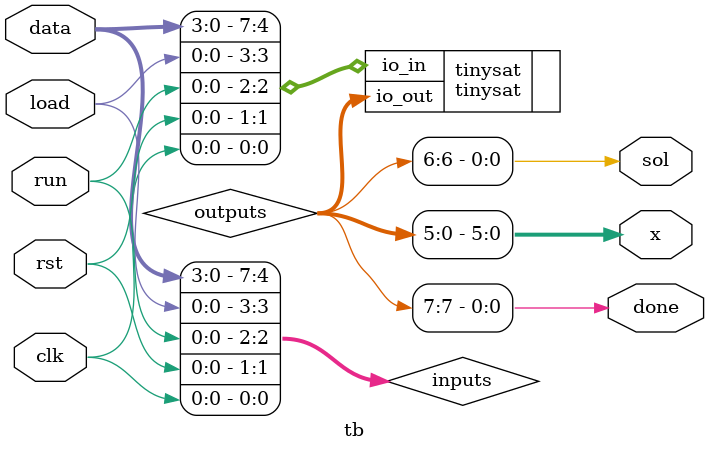
<source format=v>
`default_nettype none
`timescale 1ns/1ps

/*
this testbench just instantiates the module and makes some convenient wires
that can be driven / tested by the cocotb test.py
*/

module tb (
    // testbench is controlled by test.py
    input clk,
    input rst,
    input run,
    input load,
    input signed [4:0] data,
    output [5:0] x,
    output sol,
    output done
   );

    // this part dumps the trace to a vcd file that can be viewed with GTKWave
    initial begin
        $dumpfile ("tb.vcd");
        $dumpvars (0, tb);
        #1;
    end

    // wire up the inputs and outputs
    wire [7:0] inputs = {data, load, run, rst, clk};
    wire [7:0] outputs;
    assign {done, sol, x} = outputs;

    // instantiate the DUT
    tinysat tinysat(
        `ifdef GL_TEST
            .vccd1( 1'b1),
            .vssd1( 1'b0),
        `endif
        .io_in  (inputs),
        .io_out (outputs)
        );

endmodule

</source>
